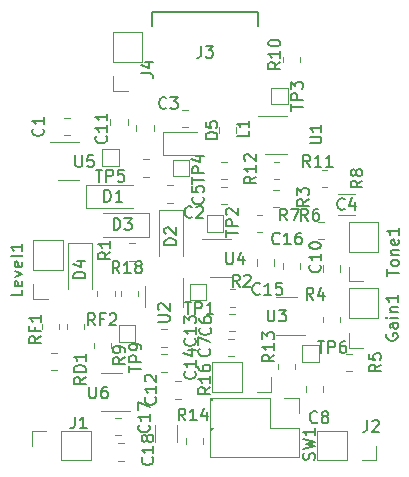
<source format=gbr>
%TF.GenerationSoftware,KiCad,Pcbnew,(6.0.9-0)*%
%TF.CreationDate,2022-12-16T17:36:52+01:00*%
%TF.ProjectId,distortion-pedal,64697374-6f72-4746-996f-6e2d70656461,rev?*%
%TF.SameCoordinates,Original*%
%TF.FileFunction,Legend,Top*%
%TF.FilePolarity,Positive*%
%FSLAX46Y46*%
G04 Gerber Fmt 4.6, Leading zero omitted, Abs format (unit mm)*
G04 Created by KiCad (PCBNEW (6.0.9-0)) date 2022-12-16 17:36:52*
%MOMM*%
%LPD*%
G01*
G04 APERTURE LIST*
%ADD10C,0.150000*%
%ADD11C,0.120000*%
%ADD12C,0.200000*%
G04 APERTURE END LIST*
D10*
%TO.C,R3*%
X69262380Y-54346666D02*
X68786190Y-54680000D01*
X69262380Y-54918095D02*
X68262380Y-54918095D01*
X68262380Y-54537142D01*
X68310000Y-54441904D01*
X68357619Y-54394285D01*
X68452857Y-54346666D01*
X68595714Y-54346666D01*
X68690952Y-54394285D01*
X68738571Y-54441904D01*
X68786190Y-54537142D01*
X68786190Y-54918095D01*
X68262380Y-54013333D02*
X68262380Y-53394285D01*
X68643333Y-53727619D01*
X68643333Y-53584761D01*
X68690952Y-53489523D01*
X68738571Y-53441904D01*
X68833809Y-53394285D01*
X69071904Y-53394285D01*
X69167142Y-53441904D01*
X69214761Y-53489523D01*
X69262380Y-53584761D01*
X69262380Y-53870476D01*
X69214761Y-53965714D01*
X69167142Y-54013333D01*
%TO.C,U3*%
X65788095Y-63692380D02*
X65788095Y-64501904D01*
X65835714Y-64597142D01*
X65883333Y-64644761D01*
X65978571Y-64692380D01*
X66169047Y-64692380D01*
X66264285Y-64644761D01*
X66311904Y-64597142D01*
X66359523Y-64501904D01*
X66359523Y-63692380D01*
X66740476Y-63692380D02*
X67359523Y-63692380D01*
X67026190Y-64073333D01*
X67169047Y-64073333D01*
X67264285Y-64120952D01*
X67311904Y-64168571D01*
X67359523Y-64263809D01*
X67359523Y-64501904D01*
X67311904Y-64597142D01*
X67264285Y-64644761D01*
X67169047Y-64692380D01*
X66883333Y-64692380D01*
X66788095Y-64644761D01*
X66740476Y-64597142D01*
%TO.C,J4*%
X55092380Y-43663333D02*
X55806666Y-43663333D01*
X55949523Y-43710952D01*
X56044761Y-43806190D01*
X56092380Y-43949047D01*
X56092380Y-44044285D01*
X55425714Y-42758571D02*
X56092380Y-42758571D01*
X55044761Y-42996666D02*
X55759047Y-43234761D01*
X55759047Y-42615714D01*
%TO.C,R18*%
X53247142Y-60602380D02*
X52913809Y-60126190D01*
X52675714Y-60602380D02*
X52675714Y-59602380D01*
X53056666Y-59602380D01*
X53151904Y-59650000D01*
X53199523Y-59697619D01*
X53247142Y-59792857D01*
X53247142Y-59935714D01*
X53199523Y-60030952D01*
X53151904Y-60078571D01*
X53056666Y-60126190D01*
X52675714Y-60126190D01*
X54199523Y-60602380D02*
X53628095Y-60602380D01*
X53913809Y-60602380D02*
X53913809Y-59602380D01*
X53818571Y-59745238D01*
X53723333Y-59840476D01*
X53628095Y-59888095D01*
X54770952Y-60030952D02*
X54675714Y-59983333D01*
X54628095Y-59935714D01*
X54580476Y-59840476D01*
X54580476Y-59792857D01*
X54628095Y-59697619D01*
X54675714Y-59650000D01*
X54770952Y-59602380D01*
X54961428Y-59602380D01*
X55056666Y-59650000D01*
X55104285Y-59697619D01*
X55151904Y-59792857D01*
X55151904Y-59840476D01*
X55104285Y-59935714D01*
X55056666Y-59983333D01*
X54961428Y-60030952D01*
X54770952Y-60030952D01*
X54675714Y-60078571D01*
X54628095Y-60126190D01*
X54580476Y-60221428D01*
X54580476Y-60411904D01*
X54628095Y-60507142D01*
X54675714Y-60554761D01*
X54770952Y-60602380D01*
X54961428Y-60602380D01*
X55056666Y-60554761D01*
X55104285Y-60507142D01*
X55151904Y-60411904D01*
X55151904Y-60221428D01*
X55104285Y-60126190D01*
X55056666Y-60078571D01*
X54961428Y-60030952D01*
%TO.C,D1*%
X51961904Y-54552380D02*
X51961904Y-53552380D01*
X52200000Y-53552380D01*
X52342857Y-53600000D01*
X52438095Y-53695238D01*
X52485714Y-53790476D01*
X52533333Y-53980952D01*
X52533333Y-54123809D01*
X52485714Y-54314285D01*
X52438095Y-54409523D01*
X52342857Y-54504761D01*
X52200000Y-54552380D01*
X51961904Y-54552380D01*
X53485714Y-54552380D02*
X52914285Y-54552380D01*
X53200000Y-54552380D02*
X53200000Y-53552380D01*
X53104761Y-53695238D01*
X53009523Y-53790476D01*
X52914285Y-53838095D01*
%TO.C,C18*%
X56027142Y-76202857D02*
X56074761Y-76250476D01*
X56122380Y-76393333D01*
X56122380Y-76488571D01*
X56074761Y-76631428D01*
X55979523Y-76726666D01*
X55884285Y-76774285D01*
X55693809Y-76821904D01*
X55550952Y-76821904D01*
X55360476Y-76774285D01*
X55265238Y-76726666D01*
X55170000Y-76631428D01*
X55122380Y-76488571D01*
X55122380Y-76393333D01*
X55170000Y-76250476D01*
X55217619Y-76202857D01*
X56122380Y-75250476D02*
X56122380Y-75821904D01*
X56122380Y-75536190D02*
X55122380Y-75536190D01*
X55265238Y-75631428D01*
X55360476Y-75726666D01*
X55408095Y-75821904D01*
X55550952Y-74679047D02*
X55503333Y-74774285D01*
X55455714Y-74821904D01*
X55360476Y-74869523D01*
X55312857Y-74869523D01*
X55217619Y-74821904D01*
X55170000Y-74774285D01*
X55122380Y-74679047D01*
X55122380Y-74488571D01*
X55170000Y-74393333D01*
X55217619Y-74345714D01*
X55312857Y-74298095D01*
X55360476Y-74298095D01*
X55455714Y-74345714D01*
X55503333Y-74393333D01*
X55550952Y-74488571D01*
X55550952Y-74679047D01*
X55598571Y-74774285D01*
X55646190Y-74821904D01*
X55741428Y-74869523D01*
X55931904Y-74869523D01*
X56027142Y-74821904D01*
X56074761Y-74774285D01*
X56122380Y-74679047D01*
X56122380Y-74488571D01*
X56074761Y-74393333D01*
X56027142Y-74345714D01*
X55931904Y-74298095D01*
X55741428Y-74298095D01*
X55646190Y-74345714D01*
X55598571Y-74393333D01*
X55550952Y-74488571D01*
%TO.C,Level1*%
X45032380Y-61986666D02*
X45032380Y-62462857D01*
X44032380Y-62462857D01*
X44984761Y-61272380D02*
X45032380Y-61367619D01*
X45032380Y-61558095D01*
X44984761Y-61653333D01*
X44889523Y-61700952D01*
X44508571Y-61700952D01*
X44413333Y-61653333D01*
X44365714Y-61558095D01*
X44365714Y-61367619D01*
X44413333Y-61272380D01*
X44508571Y-61224761D01*
X44603809Y-61224761D01*
X44699047Y-61700952D01*
X44365714Y-60891428D02*
X45032380Y-60653333D01*
X44365714Y-60415238D01*
X44984761Y-59653333D02*
X45032380Y-59748571D01*
X45032380Y-59939047D01*
X44984761Y-60034285D01*
X44889523Y-60081904D01*
X44508571Y-60081904D01*
X44413333Y-60034285D01*
X44365714Y-59939047D01*
X44365714Y-59748571D01*
X44413333Y-59653333D01*
X44508571Y-59605714D01*
X44603809Y-59605714D01*
X44699047Y-60081904D01*
X45032380Y-59034285D02*
X44984761Y-59129523D01*
X44889523Y-59177142D01*
X44032380Y-59177142D01*
X45032380Y-58129523D02*
X45032380Y-58700952D01*
X45032380Y-58415238D02*
X44032380Y-58415238D01*
X44175238Y-58510476D01*
X44270476Y-58605714D01*
X44318095Y-58700952D01*
%TO.C,Gain1*%
X75870000Y-65737142D02*
X75822380Y-65832380D01*
X75822380Y-65975238D01*
X75870000Y-66118095D01*
X75965238Y-66213333D01*
X76060476Y-66260952D01*
X76250952Y-66308571D01*
X76393809Y-66308571D01*
X76584285Y-66260952D01*
X76679523Y-66213333D01*
X76774761Y-66118095D01*
X76822380Y-65975238D01*
X76822380Y-65880000D01*
X76774761Y-65737142D01*
X76727142Y-65689523D01*
X76393809Y-65689523D01*
X76393809Y-65880000D01*
X76822380Y-64832380D02*
X76298571Y-64832380D01*
X76203333Y-64880000D01*
X76155714Y-64975238D01*
X76155714Y-65165714D01*
X76203333Y-65260952D01*
X76774761Y-64832380D02*
X76822380Y-64927619D01*
X76822380Y-65165714D01*
X76774761Y-65260952D01*
X76679523Y-65308571D01*
X76584285Y-65308571D01*
X76489047Y-65260952D01*
X76441428Y-65165714D01*
X76441428Y-64927619D01*
X76393809Y-64832380D01*
X76822380Y-64356190D02*
X76155714Y-64356190D01*
X75822380Y-64356190D02*
X75870000Y-64403809D01*
X75917619Y-64356190D01*
X75870000Y-64308571D01*
X75822380Y-64356190D01*
X75917619Y-64356190D01*
X76155714Y-63880000D02*
X76822380Y-63880000D01*
X76250952Y-63880000D02*
X76203333Y-63832380D01*
X76155714Y-63737142D01*
X76155714Y-63594285D01*
X76203333Y-63499047D01*
X76298571Y-63451428D01*
X76822380Y-63451428D01*
X76822380Y-62451428D02*
X76822380Y-63022857D01*
X76822380Y-62737142D02*
X75822380Y-62737142D01*
X75965238Y-62832380D01*
X76060476Y-62927619D01*
X76108095Y-63022857D01*
%TO.C,R10*%
X66852380Y-42742857D02*
X66376190Y-43076190D01*
X66852380Y-43314285D02*
X65852380Y-43314285D01*
X65852380Y-42933333D01*
X65900000Y-42838095D01*
X65947619Y-42790476D01*
X66042857Y-42742857D01*
X66185714Y-42742857D01*
X66280952Y-42790476D01*
X66328571Y-42838095D01*
X66376190Y-42933333D01*
X66376190Y-43314285D01*
X66852380Y-41790476D02*
X66852380Y-42361904D01*
X66852380Y-42076190D02*
X65852380Y-42076190D01*
X65995238Y-42171428D01*
X66090476Y-42266666D01*
X66138095Y-42361904D01*
X65852380Y-41171428D02*
X65852380Y-41076190D01*
X65900000Y-40980952D01*
X65947619Y-40933333D01*
X66042857Y-40885714D01*
X66233333Y-40838095D01*
X66471428Y-40838095D01*
X66661904Y-40885714D01*
X66757142Y-40933333D01*
X66804761Y-40980952D01*
X66852380Y-41076190D01*
X66852380Y-41171428D01*
X66804761Y-41266666D01*
X66757142Y-41314285D01*
X66661904Y-41361904D01*
X66471428Y-41409523D01*
X66233333Y-41409523D01*
X66042857Y-41361904D01*
X65947619Y-41314285D01*
X65900000Y-41266666D01*
X65852380Y-41171428D01*
%TO.C,U4*%
X62268095Y-58832380D02*
X62268095Y-59641904D01*
X62315714Y-59737142D01*
X62363333Y-59784761D01*
X62458571Y-59832380D01*
X62649047Y-59832380D01*
X62744285Y-59784761D01*
X62791904Y-59737142D01*
X62839523Y-59641904D01*
X62839523Y-58832380D01*
X63744285Y-59165714D02*
X63744285Y-59832380D01*
X63506190Y-58784761D02*
X63268095Y-59499047D01*
X63887142Y-59499047D01*
%TO.C,RF1*%
X46602380Y-65945238D02*
X46126190Y-66278571D01*
X46602380Y-66516666D02*
X45602380Y-66516666D01*
X45602380Y-66135714D01*
X45650000Y-66040476D01*
X45697619Y-65992857D01*
X45792857Y-65945238D01*
X45935714Y-65945238D01*
X46030952Y-65992857D01*
X46078571Y-66040476D01*
X46126190Y-66135714D01*
X46126190Y-66516666D01*
X46078571Y-65183333D02*
X46078571Y-65516666D01*
X46602380Y-65516666D02*
X45602380Y-65516666D01*
X45602380Y-65040476D01*
X46602380Y-64135714D02*
X46602380Y-64707142D01*
X46602380Y-64421428D02*
X45602380Y-64421428D01*
X45745238Y-64516666D01*
X45840476Y-64611904D01*
X45888095Y-64707142D01*
%TO.C,D2*%
X58052380Y-58238095D02*
X57052380Y-58238095D01*
X57052380Y-58000000D01*
X57100000Y-57857142D01*
X57195238Y-57761904D01*
X57290476Y-57714285D01*
X57480952Y-57666666D01*
X57623809Y-57666666D01*
X57814285Y-57714285D01*
X57909523Y-57761904D01*
X58004761Y-57857142D01*
X58052380Y-58000000D01*
X58052380Y-58238095D01*
X57147619Y-57285714D02*
X57100000Y-57238095D01*
X57052380Y-57142857D01*
X57052380Y-56904761D01*
X57100000Y-56809523D01*
X57147619Y-56761904D01*
X57242857Y-56714285D01*
X57338095Y-56714285D01*
X57480952Y-56761904D01*
X58052380Y-57333333D01*
X58052380Y-56714285D01*
%TO.C,C5*%
X60287142Y-54136666D02*
X60334761Y-54184285D01*
X60382380Y-54327142D01*
X60382380Y-54422380D01*
X60334761Y-54565238D01*
X60239523Y-54660476D01*
X60144285Y-54708095D01*
X59953809Y-54755714D01*
X59810952Y-54755714D01*
X59620476Y-54708095D01*
X59525238Y-54660476D01*
X59430000Y-54565238D01*
X59382380Y-54422380D01*
X59382380Y-54327142D01*
X59430000Y-54184285D01*
X59477619Y-54136666D01*
X59382380Y-53231904D02*
X59382380Y-53708095D01*
X59858571Y-53755714D01*
X59810952Y-53708095D01*
X59763333Y-53612857D01*
X59763333Y-53374761D01*
X59810952Y-53279523D01*
X59858571Y-53231904D01*
X59953809Y-53184285D01*
X60191904Y-53184285D01*
X60287142Y-53231904D01*
X60334761Y-53279523D01*
X60382380Y-53374761D01*
X60382380Y-53612857D01*
X60334761Y-53708095D01*
X60287142Y-53755714D01*
%TO.C,TP3*%
X67762380Y-46831904D02*
X67762380Y-46260476D01*
X68762380Y-46546190D02*
X67762380Y-46546190D01*
X68762380Y-45927142D02*
X67762380Y-45927142D01*
X67762380Y-45546190D01*
X67810000Y-45450952D01*
X67857619Y-45403333D01*
X67952857Y-45355714D01*
X68095714Y-45355714D01*
X68190952Y-45403333D01*
X68238571Y-45450952D01*
X68286190Y-45546190D01*
X68286190Y-45927142D01*
X67762380Y-45022380D02*
X67762380Y-44403333D01*
X68143333Y-44736666D01*
X68143333Y-44593809D01*
X68190952Y-44498571D01*
X68238571Y-44450952D01*
X68333809Y-44403333D01*
X68571904Y-44403333D01*
X68667142Y-44450952D01*
X68714761Y-44498571D01*
X68762380Y-44593809D01*
X68762380Y-44879523D01*
X68714761Y-44974761D01*
X68667142Y-45022380D01*
%TO.C,R5*%
X75372380Y-68336666D02*
X74896190Y-68670000D01*
X75372380Y-68908095D02*
X74372380Y-68908095D01*
X74372380Y-68527142D01*
X74420000Y-68431904D01*
X74467619Y-68384285D01*
X74562857Y-68336666D01*
X74705714Y-68336666D01*
X74800952Y-68384285D01*
X74848571Y-68431904D01*
X74896190Y-68527142D01*
X74896190Y-68908095D01*
X74372380Y-67431904D02*
X74372380Y-67908095D01*
X74848571Y-67955714D01*
X74800952Y-67908095D01*
X74753333Y-67812857D01*
X74753333Y-67574761D01*
X74800952Y-67479523D01*
X74848571Y-67431904D01*
X74943809Y-67384285D01*
X75181904Y-67384285D01*
X75277142Y-67431904D01*
X75324761Y-67479523D01*
X75372380Y-67574761D01*
X75372380Y-67812857D01*
X75324761Y-67908095D01*
X75277142Y-67955714D01*
%TO.C,TP2*%
X62252380Y-57521904D02*
X62252380Y-56950476D01*
X63252380Y-57236190D02*
X62252380Y-57236190D01*
X63252380Y-56617142D02*
X62252380Y-56617142D01*
X62252380Y-56236190D01*
X62300000Y-56140952D01*
X62347619Y-56093333D01*
X62442857Y-56045714D01*
X62585714Y-56045714D01*
X62680952Y-56093333D01*
X62728571Y-56140952D01*
X62776190Y-56236190D01*
X62776190Y-56617142D01*
X62347619Y-55664761D02*
X62300000Y-55617142D01*
X62252380Y-55521904D01*
X62252380Y-55283809D01*
X62300000Y-55188571D01*
X62347619Y-55140952D01*
X62442857Y-55093333D01*
X62538095Y-55093333D01*
X62680952Y-55140952D01*
X63252380Y-55712380D01*
X63252380Y-55093333D01*
%TO.C,C10*%
X70207142Y-59892857D02*
X70254761Y-59940476D01*
X70302380Y-60083333D01*
X70302380Y-60178571D01*
X70254761Y-60321428D01*
X70159523Y-60416666D01*
X70064285Y-60464285D01*
X69873809Y-60511904D01*
X69730952Y-60511904D01*
X69540476Y-60464285D01*
X69445238Y-60416666D01*
X69350000Y-60321428D01*
X69302380Y-60178571D01*
X69302380Y-60083333D01*
X69350000Y-59940476D01*
X69397619Y-59892857D01*
X70302380Y-58940476D02*
X70302380Y-59511904D01*
X70302380Y-59226190D02*
X69302380Y-59226190D01*
X69445238Y-59321428D01*
X69540476Y-59416666D01*
X69588095Y-59511904D01*
X69302380Y-58321428D02*
X69302380Y-58226190D01*
X69350000Y-58130952D01*
X69397619Y-58083333D01*
X69492857Y-58035714D01*
X69683333Y-57988095D01*
X69921428Y-57988095D01*
X70111904Y-58035714D01*
X70207142Y-58083333D01*
X70254761Y-58130952D01*
X70302380Y-58226190D01*
X70302380Y-58321428D01*
X70254761Y-58416666D01*
X70207142Y-58464285D01*
X70111904Y-58511904D01*
X69921428Y-58559523D01*
X69683333Y-58559523D01*
X69492857Y-58511904D01*
X69397619Y-58464285D01*
X69350000Y-58416666D01*
X69302380Y-58321428D01*
%TO.C,J3*%
X60156666Y-41352380D02*
X60156666Y-42066666D01*
X60109047Y-42209523D01*
X60013809Y-42304761D01*
X59870952Y-42352380D01*
X59775714Y-42352380D01*
X60537619Y-41352380D02*
X61156666Y-41352380D01*
X60823333Y-41733333D01*
X60966190Y-41733333D01*
X61061428Y-41780952D01*
X61109047Y-41828571D01*
X61156666Y-41923809D01*
X61156666Y-42161904D01*
X61109047Y-42257142D01*
X61061428Y-42304761D01*
X60966190Y-42352380D01*
X60680476Y-42352380D01*
X60585238Y-42304761D01*
X60537619Y-42257142D01*
%TO.C,TP5*%
X51238095Y-51852380D02*
X51809523Y-51852380D01*
X51523809Y-52852380D02*
X51523809Y-51852380D01*
X52142857Y-52852380D02*
X52142857Y-51852380D01*
X52523809Y-51852380D01*
X52619047Y-51900000D01*
X52666666Y-51947619D01*
X52714285Y-52042857D01*
X52714285Y-52185714D01*
X52666666Y-52280952D01*
X52619047Y-52328571D01*
X52523809Y-52376190D01*
X52142857Y-52376190D01*
X53619047Y-51852380D02*
X53142857Y-51852380D01*
X53095238Y-52328571D01*
X53142857Y-52280952D01*
X53238095Y-52233333D01*
X53476190Y-52233333D01*
X53571428Y-52280952D01*
X53619047Y-52328571D01*
X53666666Y-52423809D01*
X53666666Y-52661904D01*
X53619047Y-52757142D01*
X53571428Y-52804761D01*
X53476190Y-52852380D01*
X53238095Y-52852380D01*
X53142857Y-52804761D01*
X53095238Y-52757142D01*
%TO.C,U6*%
X50688095Y-70202380D02*
X50688095Y-71011904D01*
X50735714Y-71107142D01*
X50783333Y-71154761D01*
X50878571Y-71202380D01*
X51069047Y-71202380D01*
X51164285Y-71154761D01*
X51211904Y-71107142D01*
X51259523Y-71011904D01*
X51259523Y-70202380D01*
X52164285Y-70202380D02*
X51973809Y-70202380D01*
X51878571Y-70250000D01*
X51830952Y-70297619D01*
X51735714Y-70440476D01*
X51688095Y-70630952D01*
X51688095Y-71011904D01*
X51735714Y-71107142D01*
X51783333Y-71154761D01*
X51878571Y-71202380D01*
X52069047Y-71202380D01*
X52164285Y-71154761D01*
X52211904Y-71107142D01*
X52259523Y-71011904D01*
X52259523Y-70773809D01*
X52211904Y-70678571D01*
X52164285Y-70630952D01*
X52069047Y-70583333D01*
X51878571Y-70583333D01*
X51783333Y-70630952D01*
X51735714Y-70678571D01*
X51688095Y-70773809D01*
%TO.C,C1*%
X46757142Y-48366666D02*
X46804761Y-48414285D01*
X46852380Y-48557142D01*
X46852380Y-48652380D01*
X46804761Y-48795238D01*
X46709523Y-48890476D01*
X46614285Y-48938095D01*
X46423809Y-48985714D01*
X46280952Y-48985714D01*
X46090476Y-48938095D01*
X45995238Y-48890476D01*
X45900000Y-48795238D01*
X45852380Y-48652380D01*
X45852380Y-48557142D01*
X45900000Y-48414285D01*
X45947619Y-48366666D01*
X46852380Y-47414285D02*
X46852380Y-47985714D01*
X46852380Y-47700000D02*
X45852380Y-47700000D01*
X45995238Y-47795238D01*
X46090476Y-47890476D01*
X46138095Y-47985714D01*
%TO.C,R14*%
X58817142Y-73062380D02*
X58483809Y-72586190D01*
X58245714Y-73062380D02*
X58245714Y-72062380D01*
X58626666Y-72062380D01*
X58721904Y-72110000D01*
X58769523Y-72157619D01*
X58817142Y-72252857D01*
X58817142Y-72395714D01*
X58769523Y-72490952D01*
X58721904Y-72538571D01*
X58626666Y-72586190D01*
X58245714Y-72586190D01*
X59769523Y-73062380D02*
X59198095Y-73062380D01*
X59483809Y-73062380D02*
X59483809Y-72062380D01*
X59388571Y-72205238D01*
X59293333Y-72300476D01*
X59198095Y-72348095D01*
X60626666Y-72395714D02*
X60626666Y-73062380D01*
X60388571Y-72014761D02*
X60150476Y-72729047D01*
X60769523Y-72729047D01*
%TO.C,C3*%
X57213333Y-46587142D02*
X57165714Y-46634761D01*
X57022857Y-46682380D01*
X56927619Y-46682380D01*
X56784761Y-46634761D01*
X56689523Y-46539523D01*
X56641904Y-46444285D01*
X56594285Y-46253809D01*
X56594285Y-46110952D01*
X56641904Y-45920476D01*
X56689523Y-45825238D01*
X56784761Y-45730000D01*
X56927619Y-45682380D01*
X57022857Y-45682380D01*
X57165714Y-45730000D01*
X57213333Y-45777619D01*
X57546666Y-45682380D02*
X58165714Y-45682380D01*
X57832380Y-46063333D01*
X57975238Y-46063333D01*
X58070476Y-46110952D01*
X58118095Y-46158571D01*
X58165714Y-46253809D01*
X58165714Y-46491904D01*
X58118095Y-46587142D01*
X58070476Y-46634761D01*
X57975238Y-46682380D01*
X57689523Y-46682380D01*
X57594285Y-46634761D01*
X57546666Y-46587142D01*
%TO.C,R13*%
X66342380Y-67502857D02*
X65866190Y-67836190D01*
X66342380Y-68074285D02*
X65342380Y-68074285D01*
X65342380Y-67693333D01*
X65390000Y-67598095D01*
X65437619Y-67550476D01*
X65532857Y-67502857D01*
X65675714Y-67502857D01*
X65770952Y-67550476D01*
X65818571Y-67598095D01*
X65866190Y-67693333D01*
X65866190Y-68074285D01*
X66342380Y-66550476D02*
X66342380Y-67121904D01*
X66342380Y-66836190D02*
X65342380Y-66836190D01*
X65485238Y-66931428D01*
X65580476Y-67026666D01*
X65628095Y-67121904D01*
X65342380Y-66217142D02*
X65342380Y-65598095D01*
X65723333Y-65931428D01*
X65723333Y-65788571D01*
X65770952Y-65693333D01*
X65818571Y-65645714D01*
X65913809Y-65598095D01*
X66151904Y-65598095D01*
X66247142Y-65645714D01*
X66294761Y-65693333D01*
X66342380Y-65788571D01*
X66342380Y-66074285D01*
X66294761Y-66169523D01*
X66247142Y-66217142D01*
%TO.C,R2*%
X63413333Y-61732380D02*
X63080000Y-61256190D01*
X62841904Y-61732380D02*
X62841904Y-60732380D01*
X63222857Y-60732380D01*
X63318095Y-60780000D01*
X63365714Y-60827619D01*
X63413333Y-60922857D01*
X63413333Y-61065714D01*
X63365714Y-61160952D01*
X63318095Y-61208571D01*
X63222857Y-61256190D01*
X62841904Y-61256190D01*
X63794285Y-60827619D02*
X63841904Y-60780000D01*
X63937142Y-60732380D01*
X64175238Y-60732380D01*
X64270476Y-60780000D01*
X64318095Y-60827619D01*
X64365714Y-60922857D01*
X64365714Y-61018095D01*
X64318095Y-61160952D01*
X63746666Y-61732380D01*
X64365714Y-61732380D01*
%TO.C,C2*%
X59383333Y-55817142D02*
X59335714Y-55864761D01*
X59192857Y-55912380D01*
X59097619Y-55912380D01*
X58954761Y-55864761D01*
X58859523Y-55769523D01*
X58811904Y-55674285D01*
X58764285Y-55483809D01*
X58764285Y-55340952D01*
X58811904Y-55150476D01*
X58859523Y-55055238D01*
X58954761Y-54960000D01*
X59097619Y-54912380D01*
X59192857Y-54912380D01*
X59335714Y-54960000D01*
X59383333Y-55007619D01*
X59764285Y-55007619D02*
X59811904Y-54960000D01*
X59907142Y-54912380D01*
X60145238Y-54912380D01*
X60240476Y-54960000D01*
X60288095Y-55007619D01*
X60335714Y-55102857D01*
X60335714Y-55198095D01*
X60288095Y-55340952D01*
X59716666Y-55912380D01*
X60335714Y-55912380D01*
%TO.C,Tone1*%
X75902380Y-60855238D02*
X75902380Y-60283809D01*
X76902380Y-60569523D02*
X75902380Y-60569523D01*
X76902380Y-59807619D02*
X76854761Y-59902857D01*
X76807142Y-59950476D01*
X76711904Y-59998095D01*
X76426190Y-59998095D01*
X76330952Y-59950476D01*
X76283333Y-59902857D01*
X76235714Y-59807619D01*
X76235714Y-59664761D01*
X76283333Y-59569523D01*
X76330952Y-59521904D01*
X76426190Y-59474285D01*
X76711904Y-59474285D01*
X76807142Y-59521904D01*
X76854761Y-59569523D01*
X76902380Y-59664761D01*
X76902380Y-59807619D01*
X76235714Y-59045714D02*
X76902380Y-59045714D01*
X76330952Y-59045714D02*
X76283333Y-58998095D01*
X76235714Y-58902857D01*
X76235714Y-58760000D01*
X76283333Y-58664761D01*
X76378571Y-58617142D01*
X76902380Y-58617142D01*
X76854761Y-57760000D02*
X76902380Y-57855238D01*
X76902380Y-58045714D01*
X76854761Y-58140952D01*
X76759523Y-58188571D01*
X76378571Y-58188571D01*
X76283333Y-58140952D01*
X76235714Y-58045714D01*
X76235714Y-57855238D01*
X76283333Y-57760000D01*
X76378571Y-57712380D01*
X76473809Y-57712380D01*
X76569047Y-58188571D01*
X76902380Y-56760000D02*
X76902380Y-57331428D01*
X76902380Y-57045714D02*
X75902380Y-57045714D01*
X76045238Y-57140952D01*
X76140476Y-57236190D01*
X76188095Y-57331428D01*
%TO.C,C8*%
X69983333Y-73207142D02*
X69935714Y-73254761D01*
X69792857Y-73302380D01*
X69697619Y-73302380D01*
X69554761Y-73254761D01*
X69459523Y-73159523D01*
X69411904Y-73064285D01*
X69364285Y-72873809D01*
X69364285Y-72730952D01*
X69411904Y-72540476D01*
X69459523Y-72445238D01*
X69554761Y-72350000D01*
X69697619Y-72302380D01*
X69792857Y-72302380D01*
X69935714Y-72350000D01*
X69983333Y-72397619D01*
X70554761Y-72730952D02*
X70459523Y-72683333D01*
X70411904Y-72635714D01*
X70364285Y-72540476D01*
X70364285Y-72492857D01*
X70411904Y-72397619D01*
X70459523Y-72350000D01*
X70554761Y-72302380D01*
X70745238Y-72302380D01*
X70840476Y-72350000D01*
X70888095Y-72397619D01*
X70935714Y-72492857D01*
X70935714Y-72540476D01*
X70888095Y-72635714D01*
X70840476Y-72683333D01*
X70745238Y-72730952D01*
X70554761Y-72730952D01*
X70459523Y-72778571D01*
X70411904Y-72826190D01*
X70364285Y-72921428D01*
X70364285Y-73111904D01*
X70411904Y-73207142D01*
X70459523Y-73254761D01*
X70554761Y-73302380D01*
X70745238Y-73302380D01*
X70840476Y-73254761D01*
X70888095Y-73207142D01*
X70935714Y-73111904D01*
X70935714Y-72921428D01*
X70888095Y-72826190D01*
X70840476Y-72778571D01*
X70745238Y-72730952D01*
%TO.C,R6*%
X69213333Y-56152380D02*
X68880000Y-55676190D01*
X68641904Y-56152380D02*
X68641904Y-55152380D01*
X69022857Y-55152380D01*
X69118095Y-55200000D01*
X69165714Y-55247619D01*
X69213333Y-55342857D01*
X69213333Y-55485714D01*
X69165714Y-55580952D01*
X69118095Y-55628571D01*
X69022857Y-55676190D01*
X68641904Y-55676190D01*
X70070476Y-55152380D02*
X69880000Y-55152380D01*
X69784761Y-55200000D01*
X69737142Y-55247619D01*
X69641904Y-55390476D01*
X69594285Y-55580952D01*
X69594285Y-55961904D01*
X69641904Y-56057142D01*
X69689523Y-56104761D01*
X69784761Y-56152380D01*
X69975238Y-56152380D01*
X70070476Y-56104761D01*
X70118095Y-56057142D01*
X70165714Y-55961904D01*
X70165714Y-55723809D01*
X70118095Y-55628571D01*
X70070476Y-55580952D01*
X69975238Y-55533333D01*
X69784761Y-55533333D01*
X69689523Y-55580952D01*
X69641904Y-55628571D01*
X69594285Y-55723809D01*
%TO.C,R4*%
X69653333Y-62832380D02*
X69320000Y-62356190D01*
X69081904Y-62832380D02*
X69081904Y-61832380D01*
X69462857Y-61832380D01*
X69558095Y-61880000D01*
X69605714Y-61927619D01*
X69653333Y-62022857D01*
X69653333Y-62165714D01*
X69605714Y-62260952D01*
X69558095Y-62308571D01*
X69462857Y-62356190D01*
X69081904Y-62356190D01*
X70510476Y-62165714D02*
X70510476Y-62832380D01*
X70272380Y-61784761D02*
X70034285Y-62499047D01*
X70653333Y-62499047D01*
%TO.C,RF2*%
X51174761Y-65012380D02*
X50841428Y-64536190D01*
X50603333Y-65012380D02*
X50603333Y-64012380D01*
X50984285Y-64012380D01*
X51079523Y-64060000D01*
X51127142Y-64107619D01*
X51174761Y-64202857D01*
X51174761Y-64345714D01*
X51127142Y-64440952D01*
X51079523Y-64488571D01*
X50984285Y-64536190D01*
X50603333Y-64536190D01*
X51936666Y-64488571D02*
X51603333Y-64488571D01*
X51603333Y-65012380D02*
X51603333Y-64012380D01*
X52079523Y-64012380D01*
X52412857Y-64107619D02*
X52460476Y-64060000D01*
X52555714Y-64012380D01*
X52793809Y-64012380D01*
X52889047Y-64060000D01*
X52936666Y-64107619D01*
X52984285Y-64202857D01*
X52984285Y-64298095D01*
X52936666Y-64440952D01*
X52365238Y-65012380D01*
X52984285Y-65012380D01*
%TO.C,TP4*%
X59392380Y-53041904D02*
X59392380Y-52470476D01*
X60392380Y-52756190D02*
X59392380Y-52756190D01*
X60392380Y-52137142D02*
X59392380Y-52137142D01*
X59392380Y-51756190D01*
X59440000Y-51660952D01*
X59487619Y-51613333D01*
X59582857Y-51565714D01*
X59725714Y-51565714D01*
X59820952Y-51613333D01*
X59868571Y-51660952D01*
X59916190Y-51756190D01*
X59916190Y-52137142D01*
X59725714Y-50708571D02*
X60392380Y-50708571D01*
X59344761Y-50946666D02*
X60059047Y-51184761D01*
X60059047Y-50565714D01*
%TO.C,TP6*%
X70028095Y-66362380D02*
X70599523Y-66362380D01*
X70313809Y-67362380D02*
X70313809Y-66362380D01*
X70932857Y-67362380D02*
X70932857Y-66362380D01*
X71313809Y-66362380D01*
X71409047Y-66410000D01*
X71456666Y-66457619D01*
X71504285Y-66552857D01*
X71504285Y-66695714D01*
X71456666Y-66790952D01*
X71409047Y-66838571D01*
X71313809Y-66886190D01*
X70932857Y-66886190D01*
X72361428Y-66362380D02*
X72170952Y-66362380D01*
X72075714Y-66410000D01*
X72028095Y-66457619D01*
X71932857Y-66600476D01*
X71885238Y-66790952D01*
X71885238Y-67171904D01*
X71932857Y-67267142D01*
X71980476Y-67314761D01*
X72075714Y-67362380D01*
X72266190Y-67362380D01*
X72361428Y-67314761D01*
X72409047Y-67267142D01*
X72456666Y-67171904D01*
X72456666Y-66933809D01*
X72409047Y-66838571D01*
X72361428Y-66790952D01*
X72266190Y-66743333D01*
X72075714Y-66743333D01*
X71980476Y-66790952D01*
X71932857Y-66838571D01*
X71885238Y-66933809D01*
%TO.C,R12*%
X64802380Y-52422857D02*
X64326190Y-52756190D01*
X64802380Y-52994285D02*
X63802380Y-52994285D01*
X63802380Y-52613333D01*
X63850000Y-52518095D01*
X63897619Y-52470476D01*
X63992857Y-52422857D01*
X64135714Y-52422857D01*
X64230952Y-52470476D01*
X64278571Y-52518095D01*
X64326190Y-52613333D01*
X64326190Y-52994285D01*
X64802380Y-51470476D02*
X64802380Y-52041904D01*
X64802380Y-51756190D02*
X63802380Y-51756190D01*
X63945238Y-51851428D01*
X64040476Y-51946666D01*
X64088095Y-52041904D01*
X63897619Y-51089523D02*
X63850000Y-51041904D01*
X63802380Y-50946666D01*
X63802380Y-50708571D01*
X63850000Y-50613333D01*
X63897619Y-50565714D01*
X63992857Y-50518095D01*
X64088095Y-50518095D01*
X64230952Y-50565714D01*
X64802380Y-51137142D01*
X64802380Y-50518095D01*
%TO.C,D5*%
X61532380Y-49238095D02*
X60532380Y-49238095D01*
X60532380Y-49000000D01*
X60580000Y-48857142D01*
X60675238Y-48761904D01*
X60770476Y-48714285D01*
X60960952Y-48666666D01*
X61103809Y-48666666D01*
X61294285Y-48714285D01*
X61389523Y-48761904D01*
X61484761Y-48857142D01*
X61532380Y-49000000D01*
X61532380Y-49238095D01*
X60532380Y-47761904D02*
X60532380Y-48238095D01*
X61008571Y-48285714D01*
X60960952Y-48238095D01*
X60913333Y-48142857D01*
X60913333Y-47904761D01*
X60960952Y-47809523D01*
X61008571Y-47761904D01*
X61103809Y-47714285D01*
X61341904Y-47714285D01*
X61437142Y-47761904D01*
X61484761Y-47809523D01*
X61532380Y-47904761D01*
X61532380Y-48142857D01*
X61484761Y-48238095D01*
X61437142Y-48285714D01*
%TO.C,R8*%
X73812380Y-52756666D02*
X73336190Y-53090000D01*
X73812380Y-53328095D02*
X72812380Y-53328095D01*
X72812380Y-52947142D01*
X72860000Y-52851904D01*
X72907619Y-52804285D01*
X73002857Y-52756666D01*
X73145714Y-52756666D01*
X73240952Y-52804285D01*
X73288571Y-52851904D01*
X73336190Y-52947142D01*
X73336190Y-53328095D01*
X73240952Y-52185238D02*
X73193333Y-52280476D01*
X73145714Y-52328095D01*
X73050476Y-52375714D01*
X73002857Y-52375714D01*
X72907619Y-52328095D01*
X72860000Y-52280476D01*
X72812380Y-52185238D01*
X72812380Y-51994761D01*
X72860000Y-51899523D01*
X72907619Y-51851904D01*
X73002857Y-51804285D01*
X73050476Y-51804285D01*
X73145714Y-51851904D01*
X73193333Y-51899523D01*
X73240952Y-51994761D01*
X73240952Y-52185238D01*
X73288571Y-52280476D01*
X73336190Y-52328095D01*
X73431428Y-52375714D01*
X73621904Y-52375714D01*
X73717142Y-52328095D01*
X73764761Y-52280476D01*
X73812380Y-52185238D01*
X73812380Y-51994761D01*
X73764761Y-51899523D01*
X73717142Y-51851904D01*
X73621904Y-51804285D01*
X73431428Y-51804285D01*
X73336190Y-51851904D01*
X73288571Y-51899523D01*
X73240952Y-51994761D01*
%TO.C,C6*%
X60907142Y-65216666D02*
X60954761Y-65264285D01*
X61002380Y-65407142D01*
X61002380Y-65502380D01*
X60954761Y-65645238D01*
X60859523Y-65740476D01*
X60764285Y-65788095D01*
X60573809Y-65835714D01*
X60430952Y-65835714D01*
X60240476Y-65788095D01*
X60145238Y-65740476D01*
X60050000Y-65645238D01*
X60002380Y-65502380D01*
X60002380Y-65407142D01*
X60050000Y-65264285D01*
X60097619Y-65216666D01*
X60002380Y-64359523D02*
X60002380Y-64550000D01*
X60050000Y-64645238D01*
X60097619Y-64692857D01*
X60240476Y-64788095D01*
X60430952Y-64835714D01*
X60811904Y-64835714D01*
X60907142Y-64788095D01*
X60954761Y-64740476D01*
X61002380Y-64645238D01*
X61002380Y-64454761D01*
X60954761Y-64359523D01*
X60907142Y-64311904D01*
X60811904Y-64264285D01*
X60573809Y-64264285D01*
X60478571Y-64311904D01*
X60430952Y-64359523D01*
X60383333Y-64454761D01*
X60383333Y-64645238D01*
X60430952Y-64740476D01*
X60478571Y-64788095D01*
X60573809Y-64835714D01*
%TO.C,TP1*%
X58758095Y-63042380D02*
X59329523Y-63042380D01*
X59043809Y-64042380D02*
X59043809Y-63042380D01*
X59662857Y-64042380D02*
X59662857Y-63042380D01*
X60043809Y-63042380D01*
X60139047Y-63090000D01*
X60186666Y-63137619D01*
X60234285Y-63232857D01*
X60234285Y-63375714D01*
X60186666Y-63470952D01*
X60139047Y-63518571D01*
X60043809Y-63566190D01*
X59662857Y-63566190D01*
X61186666Y-64042380D02*
X60615238Y-64042380D01*
X60900952Y-64042380D02*
X60900952Y-63042380D01*
X60805714Y-63185238D01*
X60710476Y-63280476D01*
X60615238Y-63328095D01*
%TO.C,C11*%
X52107142Y-48992857D02*
X52154761Y-49040476D01*
X52202380Y-49183333D01*
X52202380Y-49278571D01*
X52154761Y-49421428D01*
X52059523Y-49516666D01*
X51964285Y-49564285D01*
X51773809Y-49611904D01*
X51630952Y-49611904D01*
X51440476Y-49564285D01*
X51345238Y-49516666D01*
X51250000Y-49421428D01*
X51202380Y-49278571D01*
X51202380Y-49183333D01*
X51250000Y-49040476D01*
X51297619Y-48992857D01*
X52202380Y-48040476D02*
X52202380Y-48611904D01*
X52202380Y-48326190D02*
X51202380Y-48326190D01*
X51345238Y-48421428D01*
X51440476Y-48516666D01*
X51488095Y-48611904D01*
X52202380Y-47088095D02*
X52202380Y-47659523D01*
X52202380Y-47373809D02*
X51202380Y-47373809D01*
X51345238Y-47469047D01*
X51440476Y-47564285D01*
X51488095Y-47659523D01*
%TO.C,C16*%
X66797142Y-58077142D02*
X66749523Y-58124761D01*
X66606666Y-58172380D01*
X66511428Y-58172380D01*
X66368571Y-58124761D01*
X66273333Y-58029523D01*
X66225714Y-57934285D01*
X66178095Y-57743809D01*
X66178095Y-57600952D01*
X66225714Y-57410476D01*
X66273333Y-57315238D01*
X66368571Y-57220000D01*
X66511428Y-57172380D01*
X66606666Y-57172380D01*
X66749523Y-57220000D01*
X66797142Y-57267619D01*
X67749523Y-58172380D02*
X67178095Y-58172380D01*
X67463809Y-58172380D02*
X67463809Y-57172380D01*
X67368571Y-57315238D01*
X67273333Y-57410476D01*
X67178095Y-57458095D01*
X68606666Y-57172380D02*
X68416190Y-57172380D01*
X68320952Y-57220000D01*
X68273333Y-57267619D01*
X68178095Y-57410476D01*
X68130476Y-57600952D01*
X68130476Y-57981904D01*
X68178095Y-58077142D01*
X68225714Y-58124761D01*
X68320952Y-58172380D01*
X68511428Y-58172380D01*
X68606666Y-58124761D01*
X68654285Y-58077142D01*
X68701904Y-57981904D01*
X68701904Y-57743809D01*
X68654285Y-57648571D01*
X68606666Y-57600952D01*
X68511428Y-57553333D01*
X68320952Y-57553333D01*
X68225714Y-57600952D01*
X68178095Y-57648571D01*
X68130476Y-57743809D01*
%TO.C,D3*%
X52761904Y-56952380D02*
X52761904Y-55952380D01*
X53000000Y-55952380D01*
X53142857Y-56000000D01*
X53238095Y-56095238D01*
X53285714Y-56190476D01*
X53333333Y-56380952D01*
X53333333Y-56523809D01*
X53285714Y-56714285D01*
X53238095Y-56809523D01*
X53142857Y-56904761D01*
X53000000Y-56952380D01*
X52761904Y-56952380D01*
X53666666Y-55952380D02*
X54285714Y-55952380D01*
X53952380Y-56333333D01*
X54095238Y-56333333D01*
X54190476Y-56380952D01*
X54238095Y-56428571D01*
X54285714Y-56523809D01*
X54285714Y-56761904D01*
X54238095Y-56857142D01*
X54190476Y-56904761D01*
X54095238Y-56952380D01*
X53809523Y-56952380D01*
X53714285Y-56904761D01*
X53666666Y-56857142D01*
%TO.C,C7*%
X60837142Y-67006666D02*
X60884761Y-67054285D01*
X60932380Y-67197142D01*
X60932380Y-67292380D01*
X60884761Y-67435238D01*
X60789523Y-67530476D01*
X60694285Y-67578095D01*
X60503809Y-67625714D01*
X60360952Y-67625714D01*
X60170476Y-67578095D01*
X60075238Y-67530476D01*
X59980000Y-67435238D01*
X59932380Y-67292380D01*
X59932380Y-67197142D01*
X59980000Y-67054285D01*
X60027619Y-67006666D01*
X59932380Y-66673333D02*
X59932380Y-66006666D01*
X60932380Y-66435238D01*
%TO.C,RD1*%
X50382380Y-69396666D02*
X49906190Y-69730000D01*
X50382380Y-69968095D02*
X49382380Y-69968095D01*
X49382380Y-69587142D01*
X49430000Y-69491904D01*
X49477619Y-69444285D01*
X49572857Y-69396666D01*
X49715714Y-69396666D01*
X49810952Y-69444285D01*
X49858571Y-69491904D01*
X49906190Y-69587142D01*
X49906190Y-69968095D01*
X50382380Y-68968095D02*
X49382380Y-68968095D01*
X49382380Y-68730000D01*
X49430000Y-68587142D01*
X49525238Y-68491904D01*
X49620476Y-68444285D01*
X49810952Y-68396666D01*
X49953809Y-68396666D01*
X50144285Y-68444285D01*
X50239523Y-68491904D01*
X50334761Y-68587142D01*
X50382380Y-68730000D01*
X50382380Y-68968095D01*
X50382380Y-67444285D02*
X50382380Y-68015714D01*
X50382380Y-67730000D02*
X49382380Y-67730000D01*
X49525238Y-67825238D01*
X49620476Y-67920476D01*
X49668095Y-68015714D01*
%TO.C,C4*%
X72313333Y-55147142D02*
X72265714Y-55194761D01*
X72122857Y-55242380D01*
X72027619Y-55242380D01*
X71884761Y-55194761D01*
X71789523Y-55099523D01*
X71741904Y-55004285D01*
X71694285Y-54813809D01*
X71694285Y-54670952D01*
X71741904Y-54480476D01*
X71789523Y-54385238D01*
X71884761Y-54290000D01*
X72027619Y-54242380D01*
X72122857Y-54242380D01*
X72265714Y-54290000D01*
X72313333Y-54337619D01*
X73170476Y-54575714D02*
X73170476Y-55242380D01*
X72932380Y-54194761D02*
X72694285Y-54909047D01*
X73313333Y-54909047D01*
%TO.C,U2*%
X56492380Y-64721904D02*
X57301904Y-64721904D01*
X57397142Y-64674285D01*
X57444761Y-64626666D01*
X57492380Y-64531428D01*
X57492380Y-64340952D01*
X57444761Y-64245714D01*
X57397142Y-64198095D01*
X57301904Y-64150476D01*
X56492380Y-64150476D01*
X56587619Y-63721904D02*
X56540000Y-63674285D01*
X56492380Y-63579047D01*
X56492380Y-63340952D01*
X56540000Y-63245714D01*
X56587619Y-63198095D01*
X56682857Y-63150476D01*
X56778095Y-63150476D01*
X56920952Y-63198095D01*
X57492380Y-63769523D01*
X57492380Y-63150476D01*
%TO.C,J2*%
X74216666Y-73052380D02*
X74216666Y-73766666D01*
X74169047Y-73909523D01*
X74073809Y-74004761D01*
X73930952Y-74052380D01*
X73835714Y-74052380D01*
X74645238Y-73147619D02*
X74692857Y-73100000D01*
X74788095Y-73052380D01*
X75026190Y-73052380D01*
X75121428Y-73100000D01*
X75169047Y-73147619D01*
X75216666Y-73242857D01*
X75216666Y-73338095D01*
X75169047Y-73480952D01*
X74597619Y-74052380D01*
X75216666Y-74052380D01*
%TO.C,R11*%
X69387142Y-51592380D02*
X69053809Y-51116190D01*
X68815714Y-51592380D02*
X68815714Y-50592380D01*
X69196666Y-50592380D01*
X69291904Y-50640000D01*
X69339523Y-50687619D01*
X69387142Y-50782857D01*
X69387142Y-50925714D01*
X69339523Y-51020952D01*
X69291904Y-51068571D01*
X69196666Y-51116190D01*
X68815714Y-51116190D01*
X70339523Y-51592380D02*
X69768095Y-51592380D01*
X70053809Y-51592380D02*
X70053809Y-50592380D01*
X69958571Y-50735238D01*
X69863333Y-50830476D01*
X69768095Y-50878095D01*
X71291904Y-51592380D02*
X70720476Y-51592380D01*
X71006190Y-51592380D02*
X71006190Y-50592380D01*
X70910952Y-50735238D01*
X70815714Y-50830476D01*
X70720476Y-50878095D01*
%TO.C,L1*%
X64192380Y-48536666D02*
X64192380Y-49012857D01*
X63192380Y-49012857D01*
X64192380Y-47679523D02*
X64192380Y-48250952D01*
X64192380Y-47965238D02*
X63192380Y-47965238D01*
X63335238Y-48060476D01*
X63430476Y-48155714D01*
X63478095Y-48250952D01*
%TO.C,C13*%
X59627142Y-66132857D02*
X59674761Y-66180476D01*
X59722380Y-66323333D01*
X59722380Y-66418571D01*
X59674761Y-66561428D01*
X59579523Y-66656666D01*
X59484285Y-66704285D01*
X59293809Y-66751904D01*
X59150952Y-66751904D01*
X58960476Y-66704285D01*
X58865238Y-66656666D01*
X58770000Y-66561428D01*
X58722380Y-66418571D01*
X58722380Y-66323333D01*
X58770000Y-66180476D01*
X58817619Y-66132857D01*
X59722380Y-65180476D02*
X59722380Y-65751904D01*
X59722380Y-65466190D02*
X58722380Y-65466190D01*
X58865238Y-65561428D01*
X58960476Y-65656666D01*
X59008095Y-65751904D01*
X58722380Y-64847142D02*
X58722380Y-64228095D01*
X59103333Y-64561428D01*
X59103333Y-64418571D01*
X59150952Y-64323333D01*
X59198571Y-64275714D01*
X59293809Y-64228095D01*
X59531904Y-64228095D01*
X59627142Y-64275714D01*
X59674761Y-64323333D01*
X59722380Y-64418571D01*
X59722380Y-64704285D01*
X59674761Y-64799523D01*
X59627142Y-64847142D01*
%TO.C,R9*%
X53692380Y-67716666D02*
X53216190Y-68050000D01*
X53692380Y-68288095D02*
X52692380Y-68288095D01*
X52692380Y-67907142D01*
X52740000Y-67811904D01*
X52787619Y-67764285D01*
X52882857Y-67716666D01*
X53025714Y-67716666D01*
X53120952Y-67764285D01*
X53168571Y-67811904D01*
X53216190Y-67907142D01*
X53216190Y-68288095D01*
X53692380Y-67240476D02*
X53692380Y-67050000D01*
X53644761Y-66954761D01*
X53597142Y-66907142D01*
X53454285Y-66811904D01*
X53263809Y-66764285D01*
X52882857Y-66764285D01*
X52787619Y-66811904D01*
X52740000Y-66859523D01*
X52692380Y-66954761D01*
X52692380Y-67145238D01*
X52740000Y-67240476D01*
X52787619Y-67288095D01*
X52882857Y-67335714D01*
X53120952Y-67335714D01*
X53216190Y-67288095D01*
X53263809Y-67240476D01*
X53311428Y-67145238D01*
X53311428Y-66954761D01*
X53263809Y-66859523D01*
X53216190Y-66811904D01*
X53120952Y-66764285D01*
%TO.C,TP9*%
X54092380Y-69001904D02*
X54092380Y-68430476D01*
X55092380Y-68716190D02*
X54092380Y-68716190D01*
X55092380Y-68097142D02*
X54092380Y-68097142D01*
X54092380Y-67716190D01*
X54140000Y-67620952D01*
X54187619Y-67573333D01*
X54282857Y-67525714D01*
X54425714Y-67525714D01*
X54520952Y-67573333D01*
X54568571Y-67620952D01*
X54616190Y-67716190D01*
X54616190Y-68097142D01*
X55092380Y-67049523D02*
X55092380Y-66859047D01*
X55044761Y-66763809D01*
X54997142Y-66716190D01*
X54854285Y-66620952D01*
X54663809Y-66573333D01*
X54282857Y-66573333D01*
X54187619Y-66620952D01*
X54140000Y-66668571D01*
X54092380Y-66763809D01*
X54092380Y-66954285D01*
X54140000Y-67049523D01*
X54187619Y-67097142D01*
X54282857Y-67144761D01*
X54520952Y-67144761D01*
X54616190Y-67097142D01*
X54663809Y-67049523D01*
X54711428Y-66954285D01*
X54711428Y-66763809D01*
X54663809Y-66668571D01*
X54616190Y-66620952D01*
X54520952Y-66573333D01*
%TO.C,C15*%
X65127142Y-62327142D02*
X65079523Y-62374761D01*
X64936666Y-62422380D01*
X64841428Y-62422380D01*
X64698571Y-62374761D01*
X64603333Y-62279523D01*
X64555714Y-62184285D01*
X64508095Y-61993809D01*
X64508095Y-61850952D01*
X64555714Y-61660476D01*
X64603333Y-61565238D01*
X64698571Y-61470000D01*
X64841428Y-61422380D01*
X64936666Y-61422380D01*
X65079523Y-61470000D01*
X65127142Y-61517619D01*
X66079523Y-62422380D02*
X65508095Y-62422380D01*
X65793809Y-62422380D02*
X65793809Y-61422380D01*
X65698571Y-61565238D01*
X65603333Y-61660476D01*
X65508095Y-61708095D01*
X66984285Y-61422380D02*
X66508095Y-61422380D01*
X66460476Y-61898571D01*
X66508095Y-61850952D01*
X66603333Y-61803333D01*
X66841428Y-61803333D01*
X66936666Y-61850952D01*
X66984285Y-61898571D01*
X67031904Y-61993809D01*
X67031904Y-62231904D01*
X66984285Y-62327142D01*
X66936666Y-62374761D01*
X66841428Y-62422380D01*
X66603333Y-62422380D01*
X66508095Y-62374761D01*
X66460476Y-62327142D01*
%TO.C,U5*%
X49508095Y-50602380D02*
X49508095Y-51411904D01*
X49555714Y-51507142D01*
X49603333Y-51554761D01*
X49698571Y-51602380D01*
X49889047Y-51602380D01*
X49984285Y-51554761D01*
X50031904Y-51507142D01*
X50079523Y-51411904D01*
X50079523Y-50602380D01*
X51031904Y-50602380D02*
X50555714Y-50602380D01*
X50508095Y-51078571D01*
X50555714Y-51030952D01*
X50650952Y-50983333D01*
X50889047Y-50983333D01*
X50984285Y-51030952D01*
X51031904Y-51078571D01*
X51079523Y-51173809D01*
X51079523Y-51411904D01*
X51031904Y-51507142D01*
X50984285Y-51554761D01*
X50889047Y-51602380D01*
X50650952Y-51602380D01*
X50555714Y-51554761D01*
X50508095Y-51507142D01*
%TO.C,C17*%
X55727142Y-73472857D02*
X55774761Y-73520476D01*
X55822380Y-73663333D01*
X55822380Y-73758571D01*
X55774761Y-73901428D01*
X55679523Y-73996666D01*
X55584285Y-74044285D01*
X55393809Y-74091904D01*
X55250952Y-74091904D01*
X55060476Y-74044285D01*
X54965238Y-73996666D01*
X54870000Y-73901428D01*
X54822380Y-73758571D01*
X54822380Y-73663333D01*
X54870000Y-73520476D01*
X54917619Y-73472857D01*
X55822380Y-72520476D02*
X55822380Y-73091904D01*
X55822380Y-72806190D02*
X54822380Y-72806190D01*
X54965238Y-72901428D01*
X55060476Y-72996666D01*
X55108095Y-73091904D01*
X54822380Y-72187142D02*
X54822380Y-71520476D01*
X55822380Y-71949047D01*
%TO.C,SW1*%
X69734761Y-76413333D02*
X69782380Y-76270476D01*
X69782380Y-76032380D01*
X69734761Y-75937142D01*
X69687142Y-75889523D01*
X69591904Y-75841904D01*
X69496666Y-75841904D01*
X69401428Y-75889523D01*
X69353809Y-75937142D01*
X69306190Y-76032380D01*
X69258571Y-76222857D01*
X69210952Y-76318095D01*
X69163333Y-76365714D01*
X69068095Y-76413333D01*
X68972857Y-76413333D01*
X68877619Y-76365714D01*
X68830000Y-76318095D01*
X68782380Y-76222857D01*
X68782380Y-75984761D01*
X68830000Y-75841904D01*
X68782380Y-75508571D02*
X69782380Y-75270476D01*
X69068095Y-75080000D01*
X69782380Y-74889523D01*
X68782380Y-74651428D01*
X69782380Y-73746666D02*
X69782380Y-74318095D01*
X69782380Y-74032380D02*
X68782380Y-74032380D01*
X68925238Y-74127619D01*
X69020476Y-74222857D01*
X69068095Y-74318095D01*
%TO.C,C12*%
X56277142Y-71102857D02*
X56324761Y-71150476D01*
X56372380Y-71293333D01*
X56372380Y-71388571D01*
X56324761Y-71531428D01*
X56229523Y-71626666D01*
X56134285Y-71674285D01*
X55943809Y-71721904D01*
X55800952Y-71721904D01*
X55610476Y-71674285D01*
X55515238Y-71626666D01*
X55420000Y-71531428D01*
X55372380Y-71388571D01*
X55372380Y-71293333D01*
X55420000Y-71150476D01*
X55467619Y-71102857D01*
X56372380Y-70150476D02*
X56372380Y-70721904D01*
X56372380Y-70436190D02*
X55372380Y-70436190D01*
X55515238Y-70531428D01*
X55610476Y-70626666D01*
X55658095Y-70721904D01*
X55467619Y-69769523D02*
X55420000Y-69721904D01*
X55372380Y-69626666D01*
X55372380Y-69388571D01*
X55420000Y-69293333D01*
X55467619Y-69245714D01*
X55562857Y-69198095D01*
X55658095Y-69198095D01*
X55800952Y-69245714D01*
X56372380Y-69817142D01*
X56372380Y-69198095D01*
%TO.C,J1*%
X49466666Y-72752380D02*
X49466666Y-73466666D01*
X49419047Y-73609523D01*
X49323809Y-73704761D01*
X49180952Y-73752380D01*
X49085714Y-73752380D01*
X50466666Y-73752380D02*
X49895238Y-73752380D01*
X50180952Y-73752380D02*
X50180952Y-72752380D01*
X50085714Y-72895238D01*
X49990476Y-72990476D01*
X49895238Y-73038095D01*
%TO.C,D4*%
X50352380Y-61038095D02*
X49352380Y-61038095D01*
X49352380Y-60800000D01*
X49400000Y-60657142D01*
X49495238Y-60561904D01*
X49590476Y-60514285D01*
X49780952Y-60466666D01*
X49923809Y-60466666D01*
X50114285Y-60514285D01*
X50209523Y-60561904D01*
X50304761Y-60657142D01*
X50352380Y-60800000D01*
X50352380Y-61038095D01*
X49685714Y-59609523D02*
X50352380Y-59609523D01*
X49304761Y-59847619D02*
X50019047Y-60085714D01*
X50019047Y-59466666D01*
%TO.C,R1*%
X52462380Y-58816666D02*
X51986190Y-59150000D01*
X52462380Y-59388095D02*
X51462380Y-59388095D01*
X51462380Y-59007142D01*
X51510000Y-58911904D01*
X51557619Y-58864285D01*
X51652857Y-58816666D01*
X51795714Y-58816666D01*
X51890952Y-58864285D01*
X51938571Y-58911904D01*
X51986190Y-59007142D01*
X51986190Y-59388095D01*
X52462380Y-57864285D02*
X52462380Y-58435714D01*
X52462380Y-58150000D02*
X51462380Y-58150000D01*
X51605238Y-58245238D01*
X51700476Y-58340476D01*
X51748095Y-58435714D01*
%TO.C,U1*%
X69342380Y-49611904D02*
X70151904Y-49611904D01*
X70247142Y-49564285D01*
X70294761Y-49516666D01*
X70342380Y-49421428D01*
X70342380Y-49230952D01*
X70294761Y-49135714D01*
X70247142Y-49088095D01*
X70151904Y-49040476D01*
X69342380Y-49040476D01*
X70342380Y-48040476D02*
X70342380Y-48611904D01*
X70342380Y-48326190D02*
X69342380Y-48326190D01*
X69485238Y-48421428D01*
X69580476Y-48516666D01*
X69628095Y-48611904D01*
%TO.C,R16*%
X60922380Y-70242857D02*
X60446190Y-70576190D01*
X60922380Y-70814285D02*
X59922380Y-70814285D01*
X59922380Y-70433333D01*
X59970000Y-70338095D01*
X60017619Y-70290476D01*
X60112857Y-70242857D01*
X60255714Y-70242857D01*
X60350952Y-70290476D01*
X60398571Y-70338095D01*
X60446190Y-70433333D01*
X60446190Y-70814285D01*
X60922380Y-69290476D02*
X60922380Y-69861904D01*
X60922380Y-69576190D02*
X59922380Y-69576190D01*
X60065238Y-69671428D01*
X60160476Y-69766666D01*
X60208095Y-69861904D01*
X59922380Y-68433333D02*
X59922380Y-68623809D01*
X59970000Y-68719047D01*
X60017619Y-68766666D01*
X60160476Y-68861904D01*
X60350952Y-68909523D01*
X60731904Y-68909523D01*
X60827142Y-68861904D01*
X60874761Y-68814285D01*
X60922380Y-68719047D01*
X60922380Y-68528571D01*
X60874761Y-68433333D01*
X60827142Y-68385714D01*
X60731904Y-68338095D01*
X60493809Y-68338095D01*
X60398571Y-68385714D01*
X60350952Y-68433333D01*
X60303333Y-68528571D01*
X60303333Y-68719047D01*
X60350952Y-68814285D01*
X60398571Y-68861904D01*
X60493809Y-68909523D01*
%TO.C,R7*%
X67413333Y-56142380D02*
X67080000Y-55666190D01*
X66841904Y-56142380D02*
X66841904Y-55142380D01*
X67222857Y-55142380D01*
X67318095Y-55190000D01*
X67365714Y-55237619D01*
X67413333Y-55332857D01*
X67413333Y-55475714D01*
X67365714Y-55570952D01*
X67318095Y-55618571D01*
X67222857Y-55666190D01*
X66841904Y-55666190D01*
X67746666Y-55142380D02*
X68413333Y-55142380D01*
X67984761Y-56142380D01*
%TO.C,C14*%
X59617142Y-68922857D02*
X59664761Y-68970476D01*
X59712380Y-69113333D01*
X59712380Y-69208571D01*
X59664761Y-69351428D01*
X59569523Y-69446666D01*
X59474285Y-69494285D01*
X59283809Y-69541904D01*
X59140952Y-69541904D01*
X58950476Y-69494285D01*
X58855238Y-69446666D01*
X58760000Y-69351428D01*
X58712380Y-69208571D01*
X58712380Y-69113333D01*
X58760000Y-68970476D01*
X58807619Y-68922857D01*
X59712380Y-67970476D02*
X59712380Y-68541904D01*
X59712380Y-68256190D02*
X58712380Y-68256190D01*
X58855238Y-68351428D01*
X58950476Y-68446666D01*
X58998095Y-68541904D01*
X59045714Y-67113333D02*
X59712380Y-67113333D01*
X58664761Y-67351428D02*
X59379047Y-67589523D01*
X59379047Y-66970476D01*
D11*
%TO.C,R3*%
X66727064Y-53565000D02*
X66272936Y-53565000D01*
X66727064Y-55035000D02*
X66272936Y-55035000D01*
%TO.C,U3*%
X66500000Y-65810000D02*
X68950000Y-65810000D01*
X68300000Y-62590000D02*
X66500000Y-62590000D01*
%TO.C,J4*%
X52690000Y-43950000D02*
X52690000Y-45200000D01*
X53940000Y-45200000D02*
X52690000Y-45200000D01*
X52690000Y-42700000D02*
X55190000Y-42700000D01*
X55190000Y-42700000D02*
X55190000Y-40200000D01*
X55190000Y-40200000D02*
X52690000Y-40200000D01*
X52690000Y-40200000D02*
X52690000Y-42700000D01*
%TO.C,R18*%
X54835000Y-62072936D02*
X54835000Y-62527064D01*
X53365000Y-62072936D02*
X53365000Y-62527064D01*
%TO.C,D1*%
X50450000Y-53100000D02*
X50450000Y-55100000D01*
X50450000Y-53100000D02*
X54350000Y-53100000D01*
X50450000Y-55100000D02*
X54350000Y-55100000D01*
%TO.C,D6*%
X66100000Y-70650000D02*
X66100000Y-69400000D01*
X66100000Y-69400000D02*
X66100000Y-70650000D01*
X66100000Y-70650000D02*
X64850000Y-70650000D01*
X63600000Y-70650000D02*
X61100000Y-70650000D01*
X61100000Y-70650000D02*
X61100000Y-68150000D01*
X61100000Y-68150000D02*
X63600000Y-68150000D01*
X63600000Y-68150000D02*
X63600000Y-70650000D01*
%TO.C,C18*%
X53138748Y-76477400D02*
X53661252Y-76477400D01*
X53138748Y-75007400D02*
X53661252Y-75007400D01*
%TO.C,Level1*%
X45950000Y-62800000D02*
X45950000Y-61550000D01*
X45950000Y-62800000D02*
X47200000Y-62800000D01*
X45950000Y-60300000D02*
X48450000Y-60300000D01*
X48450000Y-60300000D02*
X48450000Y-57800000D01*
X48450000Y-57800000D02*
X45950000Y-57800000D01*
X45950000Y-57800000D02*
X45950000Y-60300000D01*
%TO.C,Gain1*%
X72650000Y-66900000D02*
X73900000Y-66900000D01*
X72650000Y-66900000D02*
X72650000Y-65650000D01*
X72650000Y-64400000D02*
X75150000Y-64400000D01*
X75150000Y-64400000D02*
X75150000Y-61900000D01*
X75150000Y-61900000D02*
X72650000Y-61900000D01*
X72650000Y-61900000D02*
X72650000Y-64400000D01*
%TO.C,R10*%
X68535000Y-42272936D02*
X68535000Y-42727064D01*
X67065000Y-42272936D02*
X67065000Y-42727064D01*
%TO.C,U4*%
X62700000Y-57690000D02*
X60250000Y-57690000D01*
X60900000Y-60910000D02*
X62700000Y-60910000D01*
%TO.C,RF1*%
X46665000Y-65327064D02*
X46665000Y-64872936D01*
X48135000Y-65327064D02*
X48135000Y-64872936D01*
%TO.C,D2*%
X58600000Y-55250000D02*
X58600000Y-59150000D01*
X58600000Y-55250000D02*
X56600000Y-55250000D01*
X56600000Y-55250000D02*
X56600000Y-59150000D01*
%TO.C,C5*%
X62361252Y-54735000D02*
X61838748Y-54735000D01*
X62361252Y-53265000D02*
X61838748Y-53265000D01*
%TO.C,TP3*%
X66100000Y-44900000D02*
X67500000Y-44900000D01*
X67500000Y-46300000D02*
X66100000Y-46300000D01*
X67500000Y-44900000D02*
X67500000Y-46300000D01*
X66100000Y-46300000D02*
X66100000Y-44900000D01*
%TO.C,R5*%
X72452936Y-68915000D02*
X72907064Y-68915000D01*
X72452936Y-67445000D02*
X72907064Y-67445000D01*
%TO.C,TP2*%
X60650000Y-57100000D02*
X60650000Y-55700000D01*
X62050000Y-57100000D02*
X60650000Y-57100000D01*
X60650000Y-55700000D02*
X62050000Y-55700000D01*
X62050000Y-55700000D02*
X62050000Y-57100000D01*
%TO.C,C10*%
X71935000Y-60461252D02*
X71935000Y-59938748D01*
X70465000Y-60461252D02*
X70465000Y-59938748D01*
D12*
%TO.C,J3*%
X64970000Y-39650000D02*
X64970000Y-38500000D01*
X64970000Y-38500000D02*
X56030000Y-38500000D01*
X56030000Y-38500000D02*
X56030000Y-39650000D01*
D11*
%TO.C,TP5*%
X53200000Y-51500000D02*
X51800000Y-51500000D01*
X51800000Y-51500000D02*
X51800000Y-50100000D01*
X53200000Y-50100000D02*
X53200000Y-51500000D01*
X51800000Y-50100000D02*
X53200000Y-50100000D01*
%TO.C,JPF1*%
X52835000Y-62527064D02*
X52835000Y-62072936D01*
X51365000Y-62527064D02*
X51365000Y-62072936D01*
%TO.C,U6*%
X53500000Y-69090000D02*
X51700000Y-69090000D01*
X51700000Y-72310000D02*
X54150000Y-72310000D01*
%TO.C,C1*%
X48538748Y-47465000D02*
X49061252Y-47465000D01*
X48538748Y-48935000D02*
X49061252Y-48935000D01*
%TO.C,R14*%
X60335000Y-75027064D02*
X60335000Y-74572936D01*
X58865000Y-75027064D02*
X58865000Y-74572936D01*
%TO.C,C3*%
X59061252Y-46765000D02*
X58538748Y-46765000D01*
X59061252Y-48235000D02*
X58538748Y-48235000D01*
%TO.C,R13*%
X66665000Y-68727064D02*
X66665000Y-68272936D01*
X68135000Y-68727064D02*
X68135000Y-68272936D01*
%TO.C,R2*%
X63027064Y-63435000D02*
X62572936Y-63435000D01*
X63027064Y-61965000D02*
X62572936Y-61965000D01*
%TO.C,C2*%
X57238748Y-54635000D02*
X57761252Y-54635000D01*
X57238748Y-53165000D02*
X57761252Y-53165000D01*
%TO.C,Tone1*%
X73900000Y-61300000D02*
X72650000Y-61300000D01*
X72650000Y-61300000D02*
X73900000Y-61300000D01*
X72650000Y-61300000D02*
X72650000Y-60050000D01*
X72650000Y-58800000D02*
X75150000Y-58800000D01*
X75150000Y-58800000D02*
X75150000Y-56300000D01*
X75150000Y-56300000D02*
X72650000Y-56300000D01*
X72650000Y-56300000D02*
X72650000Y-58800000D01*
%TO.C,C8*%
X69015000Y-70138748D02*
X69015000Y-70661252D01*
X70485000Y-70138748D02*
X70485000Y-70661252D01*
%TO.C,R6*%
X70527064Y-57735000D02*
X70072936Y-57735000D01*
X70527064Y-56265000D02*
X70072936Y-56265000D01*
%TO.C,R4*%
X71935000Y-64727064D02*
X71935000Y-64272936D01*
X70465000Y-64727064D02*
X70465000Y-64272936D01*
%TO.C,JP2*%
X55272936Y-50965000D02*
X55727064Y-50965000D01*
X55272936Y-52435000D02*
X55727064Y-52435000D01*
%TO.C,RF2*%
X50235000Y-64872936D02*
X50235000Y-65327064D01*
X48765000Y-64872936D02*
X48765000Y-65327064D01*
%TO.C,TP4*%
X59140000Y-52400000D02*
X57740000Y-52400000D01*
X59140000Y-51000000D02*
X59140000Y-52400000D01*
X57740000Y-51000000D02*
X59140000Y-51000000D01*
X57740000Y-52400000D02*
X57740000Y-51000000D01*
%TO.C,TP6*%
X70100000Y-66700000D02*
X70100000Y-68100000D01*
X70100000Y-68100000D02*
X68700000Y-68100000D01*
X68700000Y-66700000D02*
X70100000Y-66700000D01*
X68700000Y-68100000D02*
X68700000Y-66700000D01*
%TO.C,JP1*%
X54665000Y-48527064D02*
X54665000Y-48072936D01*
X56135000Y-48527064D02*
X56135000Y-48072936D01*
%TO.C,R12*%
X62327064Y-52635000D02*
X61872936Y-52635000D01*
X62327064Y-51165000D02*
X61872936Y-51165000D01*
%TO.C,D5*%
X56940000Y-50560000D02*
X59800000Y-50560000D01*
X56940000Y-48640000D02*
X56940000Y-50560000D01*
X59800000Y-48640000D02*
X56940000Y-48640000D01*
%TO.C,R8*%
X70827064Y-51865000D02*
X70372936Y-51865000D01*
X70827064Y-53335000D02*
X70372936Y-53335000D01*
%TO.C,C6*%
X63021252Y-64065000D02*
X62498748Y-64065000D01*
X63021252Y-65535000D02*
X62498748Y-65535000D01*
%TO.C,TP1*%
X60600000Y-62900000D02*
X59200000Y-62900000D01*
X59200000Y-61500000D02*
X60600000Y-61500000D01*
X59200000Y-62900000D02*
X59200000Y-61500000D01*
X60600000Y-61500000D02*
X60600000Y-62900000D01*
%TO.C,C11*%
X53935000Y-47518748D02*
X53935000Y-48041252D01*
X52465000Y-47518748D02*
X52465000Y-48041252D01*
%TO.C,C16*%
X68535000Y-59738748D02*
X68535000Y-60261252D01*
X67065000Y-59738748D02*
X67065000Y-60261252D01*
%TO.C,D3*%
X55750000Y-55500000D02*
X51850000Y-55500000D01*
X55750000Y-57500000D02*
X51850000Y-57500000D01*
X55750000Y-57500000D02*
X55750000Y-55500000D01*
%TO.C,C7*%
X62961252Y-67635000D02*
X62438748Y-67635000D01*
X62961252Y-66165000D02*
X62438748Y-66165000D01*
%TO.C,RD1*%
X47927064Y-68835000D02*
X47472936Y-68835000D01*
X47927064Y-67365000D02*
X47472936Y-67365000D01*
%TO.C,C4*%
X71788748Y-53890000D02*
X73211252Y-53890000D01*
X71788748Y-55710000D02*
X73211252Y-55710000D01*
%TO.C,U2*%
X55390000Y-61700000D02*
X55390000Y-63500000D01*
X58610000Y-63500000D02*
X58610000Y-61050000D01*
%TO.C,J2*%
X75000000Y-75200000D02*
X75000000Y-76450000D01*
X73750000Y-76450000D02*
X75000000Y-76450000D01*
X72500000Y-76450000D02*
X70000000Y-76450000D01*
X70000000Y-76450000D02*
X70000000Y-73950000D01*
X70000000Y-73950000D02*
X72500000Y-73950000D01*
X72500000Y-73950000D02*
X72500000Y-76450000D01*
%TO.C,R11*%
X66292936Y-51155000D02*
X66747064Y-51155000D01*
X66292936Y-52625000D02*
X66747064Y-52625000D01*
%TO.C,L1*%
X61690000Y-48238748D02*
X61690000Y-48761252D01*
X63110000Y-48238748D02*
X63110000Y-48761252D01*
%TO.C,C13*%
X57261252Y-66835000D02*
X56738748Y-66835000D01*
X57261252Y-65365000D02*
X56738748Y-65365000D01*
%TO.C,R9*%
X52535000Y-66937064D02*
X52535000Y-66482936D01*
X51065000Y-66937064D02*
X51065000Y-66482936D01*
%TO.C,TP9*%
X53200000Y-66400000D02*
X53200000Y-65000000D01*
X53200000Y-65000000D02*
X54600000Y-65000000D01*
X54600000Y-65000000D02*
X54600000Y-66400000D01*
X54600000Y-66400000D02*
X53200000Y-66400000D01*
%TO.C,C15*%
X64865000Y-59438748D02*
X64865000Y-59961252D01*
X66335000Y-59438748D02*
X66335000Y-59961252D01*
%TO.C,U5*%
X48000000Y-52710000D02*
X49800000Y-52710000D01*
X49800000Y-49490000D02*
X47350000Y-49490000D01*
%TO.C,C17*%
X52838748Y-74335000D02*
X53361252Y-74335000D01*
X52838748Y-72865000D02*
X53361252Y-72865000D01*
%TO.C,SW1*%
X68450000Y-73700000D02*
X65950000Y-73700000D01*
X60950000Y-73700000D02*
X61075000Y-73825000D01*
X68450000Y-71200000D02*
X67200000Y-71200000D01*
X65950000Y-73700000D02*
X65950000Y-71200000D01*
X60950000Y-73950000D02*
X61200000Y-73700000D01*
X68450000Y-71200000D02*
X68450000Y-72450000D01*
X61200000Y-73700000D02*
X60950000Y-73700000D01*
X60950000Y-71200000D02*
X60950000Y-76200000D01*
X61200000Y-71200000D02*
X60950000Y-71450000D01*
X68450000Y-76200000D02*
X68450000Y-73700000D01*
X65950000Y-71200000D02*
X60950000Y-71200000D01*
X60950000Y-76200000D02*
X68450000Y-76200000D01*
X60950000Y-71200000D02*
X61075000Y-71325000D01*
%TO.C,C12*%
X58110000Y-74911252D02*
X58110000Y-73488748D01*
X56290000Y-74911252D02*
X56290000Y-73488748D01*
%TO.C,J1*%
X45800000Y-75200000D02*
X45800000Y-73950000D01*
X47050000Y-73950000D02*
X45800000Y-73950000D01*
X48300000Y-73950000D02*
X50800000Y-73950000D01*
X50800000Y-73950000D02*
X50800000Y-76450000D01*
X50800000Y-76450000D02*
X48300000Y-76450000D01*
X48300000Y-76450000D02*
X48300000Y-73950000D01*
%TO.C,D4*%
X50900000Y-58050000D02*
X48900000Y-58050000D01*
X48900000Y-58050000D02*
X48900000Y-61950000D01*
X50900000Y-58050000D02*
X50900000Y-61950000D01*
%TO.C,R1*%
X54072936Y-58065000D02*
X54527064Y-58065000D01*
X54072936Y-59535000D02*
X54527064Y-59535000D01*
%TO.C,U1*%
X67400000Y-47290000D02*
X64950000Y-47290000D01*
X65600000Y-50510000D02*
X67400000Y-50510000D01*
%TO.C,R16*%
X57972936Y-69765000D02*
X58427064Y-69765000D01*
X57972936Y-71235000D02*
X58427064Y-71235000D01*
%TO.C,R7*%
X65327064Y-57135000D02*
X64872936Y-57135000D01*
X65327064Y-55665000D02*
X64872936Y-55665000D01*
%TO.C,C14*%
X57261252Y-68935000D02*
X56738748Y-68935000D01*
X57261252Y-67465000D02*
X56738748Y-67465000D01*
%TD*%
M02*

</source>
